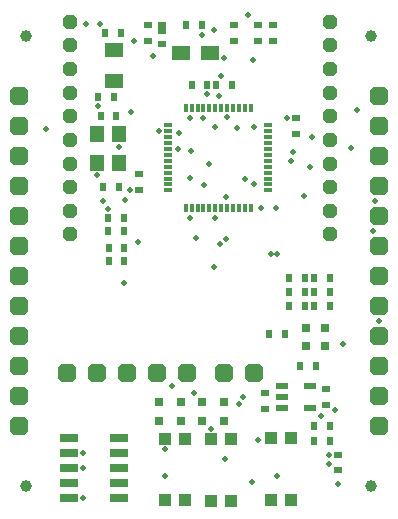
<source format=gts>
G04 Layer_Color=8388736*
%FSLAX44Y44*%
%MOMM*%
G71*
G01*
G75*
%ADD10R,0.6000X0.8000*%
%ADD11R,0.8000X0.8000*%
%ADD12R,0.8000X0.6000*%
%ADD13R,1.0000X0.6000*%
%ADD14R,1.0000X1.0000*%
%ADD15R,1.5000X1.3000*%
%ADD16R,0.8000X1.0500*%
%ADD17R,1.2000X1.4000*%
%ADD18R,1.5000X1.2000*%
%ADD19R,0.3500X0.8000*%
%ADD20R,0.8000X0.3500*%
%ADD21R,1.6000X0.6500*%
G04:AMPARAMS|DCode=23|XSize=1.6002mm|YSize=1.6002mm|CornerRadius=0mm|HoleSize=0mm|Usage=FLASHONLY|Rotation=180.000|XOffset=0mm|YOffset=0mm|HoleType=Round|Shape=Octagon|*
%AMOCTAGOND23*
4,1,8,-0.8001,0.4001,-0.8001,-0.4001,-0.4001,-0.8001,0.4001,-0.8001,0.8001,-0.4001,0.8001,0.4001,0.4001,0.8001,-0.4001,0.8001,-0.8001,0.4001,0.0*
%
%ADD23OCTAGOND23*%

G04:AMPARAMS|DCode=24|XSize=1.2mm|YSize=1.2mm|CornerRadius=0mm|HoleSize=0mm|Usage=FLASHONLY|Rotation=270.000|XOffset=0mm|YOffset=0mm|HoleType=Round|Shape=Octagon|*
%AMOCTAGOND24*
4,1,8,-0.3000,-0.6000,0.3000,-0.6000,0.6000,-0.3000,0.6000,0.3000,0.3000,0.6000,-0.3000,0.6000,-0.6000,0.3000,-0.6000,-0.3000,-0.3000,-0.6000,0.0*
%
%ADD24OCTAGOND24*%

G04:AMPARAMS|DCode=25|XSize=1.6002mm|YSize=1.6002mm|CornerRadius=0mm|HoleSize=0mm|Usage=FLASHONLY|Rotation=270.000|XOffset=0mm|YOffset=0mm|HoleType=Round|Shape=Octagon|*
%AMOCTAGOND25*
4,1,8,-0.4001,-0.8001,0.4001,-0.8001,0.8001,-0.4001,0.8001,0.4001,0.4001,0.8001,-0.4001,0.8001,-0.8001,0.4001,-0.8001,-0.4001,-0.4001,-0.8001,0.0*
%
%ADD25OCTAGOND25*%

%ADD26C,1.0000*%
%ADD27C,0.5000*%
D10*
X249896Y125500D02*
D03*
X263358D02*
D03*
X228642D02*
D03*
X242104D02*
D03*
X89354Y139750D02*
D03*
X75892D02*
D03*
X89354Y151000D02*
D03*
X75892D02*
D03*
X224858Y78560D02*
D03*
X211396D02*
D03*
X251608Y51250D02*
D03*
X238146D02*
D03*
X180354Y288750D02*
D03*
X166892D02*
D03*
X146146D02*
D03*
X159608D02*
D03*
X141142Y339500D02*
D03*
X154604D02*
D03*
X70892Y202250D02*
D03*
X84354D02*
D03*
X82608Y262500D02*
D03*
X69146D02*
D03*
X72642Y333250D02*
D03*
X86104D02*
D03*
X67142Y279000D02*
D03*
X80604D02*
D03*
X249874Y-12452D02*
D03*
X263336D02*
D03*
X249874Y628D02*
D03*
X263336D02*
D03*
X75142Y176000D02*
D03*
X88604D02*
D03*
X88668Y165702D02*
D03*
X75206D02*
D03*
X249896Y102000D02*
D03*
X263358D02*
D03*
X228830Y101790D02*
D03*
X242292D02*
D03*
X249896Y114000D02*
D03*
X263358D02*
D03*
X242292Y114030D02*
D03*
X228830D02*
D03*
D11*
X242750Y67642D02*
D03*
Y83104D02*
D03*
X259500Y67642D02*
D03*
Y83104D02*
D03*
X137000Y4896D02*
D03*
Y20358D02*
D03*
X118750Y4896D02*
D03*
Y20358D02*
D03*
X154750Y4896D02*
D03*
Y20358D02*
D03*
X173500Y4896D02*
D03*
Y20358D02*
D03*
D12*
X270000Y-23896D02*
D03*
Y-37358D02*
D03*
X259750Y18146D02*
D03*
Y31608D02*
D03*
X208000Y14896D02*
D03*
Y28358D02*
D03*
X215250Y340108D02*
D03*
Y326646D02*
D03*
X202750Y339858D02*
D03*
Y326396D02*
D03*
X234750Y247396D02*
D03*
Y260858D02*
D03*
X102000Y213854D02*
D03*
Y200392D02*
D03*
X121250Y323892D02*
D03*
X109250Y326146D02*
D03*
Y339608D02*
D03*
X181750Y326396D02*
D03*
Y339858D02*
D03*
D13*
X246500Y34250D02*
D03*
X222500D02*
D03*
Y24750D02*
D03*
Y15250D02*
D03*
X246500D02*
D03*
D14*
X179500Y-11000D02*
D03*
X162500D02*
D03*
X179500Y-63000D02*
D03*
X162500D02*
D03*
X141000Y-10750D02*
D03*
X124000D02*
D03*
X141000Y-62750D02*
D03*
X124000D02*
D03*
X230250Y-10250D02*
D03*
X213250D02*
D03*
X230250Y-62250D02*
D03*
X213250D02*
D03*
D15*
X162000Y315750D02*
D03*
X137500D02*
D03*
D16*
X121250Y337354D02*
D03*
D17*
X84830Y223149D02*
D03*
X65830Y247149D02*
D03*
X84830D02*
D03*
X65830Y223149D02*
D03*
D18*
X80500Y318625D02*
D03*
Y292375D02*
D03*
D19*
X141250Y269500D02*
D03*
X146250D02*
D03*
X151250D02*
D03*
X156250D02*
D03*
X161250D02*
D03*
X166250D02*
D03*
X171250D02*
D03*
X176250D02*
D03*
X181250D02*
D03*
X186250D02*
D03*
X191250D02*
D03*
X196250D02*
D03*
Y185000D02*
D03*
X191250D02*
D03*
X186250D02*
D03*
X181250D02*
D03*
X176250D02*
D03*
X171250D02*
D03*
X166250D02*
D03*
X161250D02*
D03*
X156250D02*
D03*
X151250D02*
D03*
X146250D02*
D03*
X141250D02*
D03*
D20*
X211000Y254750D02*
D03*
Y249750D02*
D03*
Y244750D02*
D03*
Y239750D02*
D03*
Y234750D02*
D03*
Y229750D02*
D03*
Y224750D02*
D03*
Y219750D02*
D03*
Y214750D02*
D03*
Y209750D02*
D03*
Y204750D02*
D03*
Y199750D02*
D03*
X126500D02*
D03*
Y204750D02*
D03*
Y209750D02*
D03*
Y214750D02*
D03*
Y219750D02*
D03*
Y224750D02*
D03*
Y229750D02*
D03*
Y234750D02*
D03*
Y239750D02*
D03*
Y244750D02*
D03*
Y249750D02*
D03*
Y254750D02*
D03*
D21*
X42100Y-9850D02*
D03*
X84900D02*
D03*
X42100Y-22550D02*
D03*
X84900D02*
D03*
X42100Y-35250D02*
D03*
X84900D02*
D03*
X42100Y-47950D02*
D03*
X84900D02*
D03*
X42100Y-60650D02*
D03*
X84900D02*
D03*
D23*
X173300Y44750D02*
D03*
X198700D02*
D03*
X40950D02*
D03*
X66350D02*
D03*
X91750D02*
D03*
X117150D02*
D03*
X142550D02*
D03*
D24*
X43000Y342500D02*
D03*
Y322500D02*
D03*
Y302500D02*
D03*
Y282500D02*
D03*
Y262500D02*
D03*
Y242500D02*
D03*
Y222500D02*
D03*
Y202500D02*
D03*
Y182500D02*
D03*
Y162500D02*
D03*
X263000D02*
D03*
Y182500D02*
D03*
Y202500D02*
D03*
Y222500D02*
D03*
Y242500D02*
D03*
Y262500D02*
D03*
Y282500D02*
D03*
Y302500D02*
D03*
Y322500D02*
D03*
Y342500D02*
D03*
D25*
X304800Y50D02*
D03*
Y25450D02*
D03*
Y50850D02*
D03*
Y76250D02*
D03*
Y101650D02*
D03*
Y127050D02*
D03*
Y152450D02*
D03*
Y177850D02*
D03*
Y203250D02*
D03*
Y228650D02*
D03*
Y254050D02*
D03*
Y279450D02*
D03*
X-0Y50D02*
D03*
Y25450D02*
D03*
Y50850D02*
D03*
Y76250D02*
D03*
Y101650D02*
D03*
Y127050D02*
D03*
Y152450D02*
D03*
Y177850D02*
D03*
Y203250D02*
D03*
Y228650D02*
D03*
Y254050D02*
D03*
Y279450D02*
D03*
D26*
X298450Y330250D02*
D03*
X6350D02*
D03*
X298196Y-50750D02*
D03*
X6350D02*
D03*
D27*
X241384Y194812D02*
D03*
X157056Y204434D02*
D03*
X213451Y145506D02*
D03*
X89354Y121122D02*
D03*
X256116Y8346D02*
D03*
X97112Y326146D02*
D03*
X229954Y224750D02*
D03*
X184488Y252948D02*
D03*
X286596Y267934D02*
D03*
X300058Y165064D02*
D03*
X164930Y335752D02*
D03*
X246718Y219166D02*
D03*
X144864Y176748D02*
D03*
X89746Y191988D02*
D03*
X144610Y210530D02*
D03*
X166250Y176240D02*
D03*
X155532Y261330D02*
D03*
X168994Y279872D02*
D03*
X22774Y251424D02*
D03*
X269832Y-48550D02*
D03*
X304884Y89118D02*
D03*
X113314Y313146D02*
D03*
X144610Y261330D02*
D03*
X68578Y341021D02*
D03*
X198204Y310098D02*
D03*
X56980Y340578D02*
D03*
X173270Y311686D02*
D03*
X248162Y245074D02*
D03*
X231732Y232374D02*
D03*
X281262Y235676D02*
D03*
X160866Y222468D02*
D03*
X198966Y204750D02*
D03*
X166250Y253602D02*
D03*
X135494Y248080D02*
D03*
X193886Y348198D02*
D03*
X150198Y159730D02*
D03*
X165324Y134952D02*
D03*
X204554Y184622D02*
D03*
X100668Y156428D02*
D03*
X301074Y190972D02*
D03*
X175314Y158460D02*
D03*
X218016Y184876D02*
D03*
X169932Y154460D02*
D03*
X274658Y69814D02*
D03*
X199166Y253814D02*
D03*
X175598Y194020D02*
D03*
X145880Y233136D02*
D03*
X129878Y33746D02*
D03*
X191346Y209006D02*
D03*
X134270Y234750D02*
D03*
X70892Y190416D02*
D03*
X218832Y145506D02*
D03*
X267520Y14082D02*
D03*
X186326Y18760D02*
D03*
X189666Y24750D02*
D03*
X196934Y-47534D02*
D03*
X174836Y-27271D02*
D03*
X94800Y266206D02*
D03*
X170956Y296520D02*
D03*
X262229Y-32024D02*
D03*
X262212Y-23912D02*
D03*
X53870Y-60650D02*
D03*
Y-35250D02*
D03*
Y-22550D02*
D03*
X124000Y-19520D02*
D03*
X123730Y-42250D02*
D03*
X148420Y27956D02*
D03*
X162500Y-2230D02*
D03*
X75142Y183771D02*
D03*
X218480Y-42250D02*
D03*
X202294Y-11720D02*
D03*
X94230Y200392D02*
D03*
X65830Y212379D02*
D03*
X84830Y236379D02*
D03*
X118730Y249750D02*
D03*
X67142Y271229D02*
D03*
X176250Y261730D02*
D03*
X159608Y280979D02*
D03*
X226980Y260858D02*
D03*
X154604Y331730D02*
D03*
M02*

</source>
